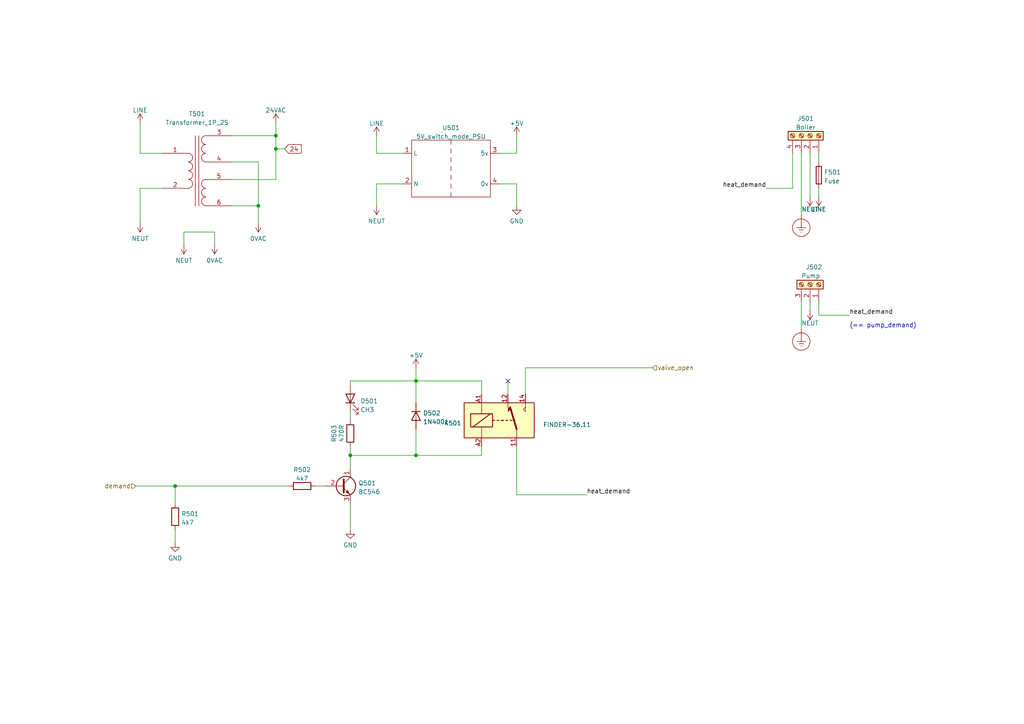
<source format=kicad_sch>
(kicad_sch (version 20211123) (generator eeschema)
  (paper "A4")
  (lib_symbols
    (symbol "Connector:Screw_Terminal_01x03" (pin_names (offset 1.016) hide)
      (property "Reference" "J" (at 0 5.08 0))
      (property "Value" "Screw_Terminal_01x03" (at 0 -5.08 0))
      (symbol "Screw_Terminal_01x03_1_1"
        (rectangle (start -1.27 3.81) (end 1.27 -3.81) (stroke (width 0.254)) (fill (type background)))
        (circle (center 0 -2.54) (radius 0.635) (stroke (width 0.1524)))
        (polyline (pts (xy -0.5334 -2.2098) (xy 0.3302 -3.048)) (stroke (width 0.1524)))
        (polyline (pts (xy -0.5334 0.3302) (xy 0.3302 -0.508)) (stroke (width 0.1524)))
        (polyline (pts (xy -0.5334 2.8702) (xy 0.3302 2.032)) (stroke (width 0.1524)))
        (polyline (pts (xy -0.3556 -2.032) (xy 0.508 -2.8702)) (stroke (width 0.1524)))
        (polyline (pts (xy -0.3556 0.508) (xy 0.508 -0.3302)) (stroke (width 0.1524)))
        (polyline (pts (xy -0.3556 3.048) (xy 0.508 2.2098)) (stroke (width 0.1524)))
        (circle (center 0 0) (radius 0.635) (stroke (width 0.1524)))
        (circle (center 0 2.54) (radius 0.635) (stroke (width 0.1524)))
        (pin passive line (at -5.08 2.54 0) (length 3.81) (name "Pin_1") (number "1"))
        (pin passive line (at -5.08 0 0) (length 3.81) (name "Pin_2") (number "2"))
        (pin passive line (at -5.08 -2.54 0) (length 3.81) (name "Pin_3") (number "3"))
      )
    )
    (symbol "Connector:Screw_Terminal_01x04" (pin_names (offset 1.016) hide)
      (property "Reference" "J" (at 0 5.08 0))
      (property "Value" "Screw_Terminal_01x04" (at 0 -7.62 0))
      (symbol "Screw_Terminal_01x04_1_1"
        (rectangle (start -1.27 3.81) (end 1.27 -6.35) (stroke (width 0.254)) (fill (type background)))
        (circle (center 0 -5.08) (radius 0.635) (stroke (width 0.1524)))
        (circle (center 0 -2.54) (radius 0.635) (stroke (width 0.1524)))
        (polyline (pts (xy -0.5334 -4.7498) (xy 0.3302 -5.588)) (stroke (width 0.1524)))
        (polyline (pts (xy -0.5334 -2.2098) (xy 0.3302 -3.048)) (stroke (width 0.1524)))
        (polyline (pts (xy -0.5334 0.3302) (xy 0.3302 -0.508)) (stroke (width 0.1524)))
        (polyline (pts (xy -0.5334 2.8702) (xy 0.3302 2.032)) (stroke (width 0.1524)))
        (polyline (pts (xy -0.3556 -4.572) (xy 0.508 -5.4102)) (stroke (width 0.1524)))
        (polyline (pts (xy -0.3556 -2.032) (xy 0.508 -2.8702)) (stroke (width 0.1524)))
        (polyline (pts (xy -0.3556 0.508) (xy 0.508 -0.3302)) (stroke (width 0.1524)))
        (polyline (pts (xy -0.3556 3.048) (xy 0.508 2.2098)) (stroke (width 0.1524)))
        (circle (center 0 0) (radius 0.635) (stroke (width 0.1524)))
        (circle (center 0 2.54) (radius 0.635) (stroke (width 0.1524)))
        (pin passive line (at -5.08 2.54 0) (length 3.81) (name "Pin_1") (number "1"))
        (pin passive line (at -5.08 0 0) (length 3.81) (name "Pin_2") (number "2"))
        (pin passive line (at -5.08 -2.54 0) (length 3.81) (name "Pin_3") (number "3"))
        (pin passive line (at -5.08 -5.08 0) (length 3.81) (name "Pin_4") (number "4"))
      )
    )
    (symbol "Device:Fuse" (pin_numbers hide) (pin_names (offset 0))
      (property "Reference" "F" (at 2.032 0 90))
      (property "Value" "Fuse" (at -1.905 0 90))
      (symbol "Fuse_0_1"
        (rectangle (start -0.762 -2.54) (end 0.762 2.54) (stroke (width 0.254)))
        (polyline (pts (xy 0 2.54) (xy 0 -2.54)))
      )
      (symbol "Fuse_1_1"
        (pin passive line (at 0 3.81 270) (length 1.27) (name "~") (number "1"))
        (pin passive line (at 0 -3.81 90) (length 1.27) (name "~") (number "2"))
      )
    )
    (symbol "Device:LED" (pin_numbers hide) (pin_names (offset 1.016) hide)
      (property "Reference" "D" (at 0 2.54 0))
      (property "Value" "LED" (at 0 -2.54 0))
      (symbol "LED_0_1"
        (polyline (pts (xy -1.27 -1.27) (xy -1.27 1.27)) (stroke (width 0.254)))
        (polyline (pts (xy -1.27 0) (xy 1.27 0)))
        (polyline (pts (xy 1.27 -1.27) (xy 1.27 1.27) (xy -1.27 0) (xy 1.27 -1.27)) (stroke (width 0.254)))
        (polyline (pts (xy -3.048 -0.762) (xy -4.572 -2.286) (xy -3.81 -2.286) (xy -4.572 -2.286) (xy -4.572 -1.524)))
        (polyline (pts (xy -1.778 -0.762) (xy -3.302 -2.286) (xy -2.54 -2.286) (xy -3.302 -2.286) (xy -3.302 -1.524)))
      )
      (symbol "LED_1_1"
        (pin passive line (at -3.81 0 0) (length 2.54) (name "K") (number "1"))
        (pin passive line (at 3.81 0 180) (length 2.54) (name "A") (number "2"))
      )
    )
    (symbol "Device:R" (pin_numbers hide) (pin_names (offset 0))
      (property "Reference" "R" (at 2.032 0 90))
      (property "Value" "R" (at 0 0 90))
      (symbol "R_0_1"
        (rectangle (start -1.016 -2.54) (end 1.016 2.54) (stroke (width 0.254)))
      )
      (symbol "R_1_1"
        (pin passive line (at 0 3.81 270) (length 1.27) (name "~") (number "1"))
        (pin passive line (at 0 -3.81 90) (length 1.27) (name "~") (number "2"))
      )
    )
    (symbol "Device:Transformer_1P_2S" (pin_names (offset 1.016) hide)
      (property "Reference" "T" (at 0 12.7 0))
      (property "Value" "Transformer_1P_2S" (at 0 -12.7 0))
      (symbol "Transformer_1P_2S_0_1"
        (arc (start -2.54 -5.0546) (mid -1.6561 -4.6863) (end -1.27 -3.81))
        (arc (start -2.54 -2.5146) (mid -1.6561 -2.1463) (end -1.27 -1.27))
        (arc (start -2.54 0.0254) (mid -1.6561 0.3937) (end -1.27 1.27))
        (arc (start -2.54 2.5654) (mid -1.6561 2.9337) (end -1.27 3.81))
        (arc (start -1.27 -3.81) (mid -1.642 -2.912) (end -2.54 -2.54))
        (arc (start -1.27 -1.27) (mid -1.642 -0.372) (end -2.54 0))
        (arc (start -1.27 1.27) (mid -1.642 2.168) (end -2.54 2.54))
        (arc (start -1.27 3.81) (mid -1.642 4.708) (end -2.54 5.08))
        (polyline (pts (xy -0.508 -10.16) (xy -0.508 10.16)))
        (polyline (pts (xy 0.508 10.16) (xy 0.508 -10.16)))
        (arc (start 1.2954 -8.89) (mid 1.6599 -9.7701) (end 2.54 -10.1346))
        (arc (start 1.2954 -6.35) (mid 1.6599 -7.2301) (end 2.54 -7.5946))
        (arc (start 1.2954 -3.81) (mid 1.6599 -4.6901) (end 2.54 -5.0546))
        (arc (start 1.2954 3.81) (mid 1.6599 2.9299) (end 2.54 2.5654))
        (arc (start 1.2954 6.35) (mid 1.6599 5.4699) (end 2.54 5.1054))
        (arc (start 1.2954 8.89) (mid 1.6599 8.0099) (end 2.54 7.6454))
        (arc (start 2.54 -7.62) (mid 1.6456 -7.9883) (end 1.2954 -8.89))
        (arc (start 2.54 -5.08) (mid 1.6456 -5.4483) (end 1.2954 -6.35))
        (arc (start 2.54 -2.54) (mid 1.6456 -2.9083) (end 1.2954 -3.81))
        (arc (start 2.54 5.08) (mid 1.6456 4.7117) (end 1.2954 3.81))
        (arc (start 2.54 7.62) (mid 1.6456 7.2517) (end 1.2954 6.35))
        (arc (start 2.54 10.16) (mid 1.6456 9.7917) (end 1.2954 8.89))
      )
      (symbol "Transformer_1P_2S_1_1"
        (pin passive line (at -10.16 5.08 0) (length 7.62) (name "AA") (number "1"))
        (pin passive line (at -10.16 -5.08 0) (length 7.62) (name "AB") (number "2"))
        (pin passive line (at 10.16 10.16 180) (length 7.62) (name "SA") (number "3"))
        (pin passive line (at 10.16 2.54 180) (length 7.62) (name "SB") (number "4"))
        (pin passive line (at 10.16 -2.54 180) (length 7.62) (name "SC") (number "5"))
        (pin passive line (at 10.16 -10.16 180) (length 7.62) (name "SD") (number "6"))
      )
    )
    (symbol "Diode:1N4001" (pin_numbers hide) (pin_names (offset 1.016) hide)
      (property "Reference" "D" (at 0 2.54 0))
      (property "Value" "1N4001" (at 0 -2.54 0))
      (symbol "1N4001_0_1"
        (polyline (pts (xy -1.27 1.27) (xy -1.27 -1.27)) (stroke (width 0.254)))
        (polyline (pts (xy 1.27 0) (xy -1.27 0)))
        (polyline (pts (xy 1.27 1.27) (xy 1.27 -1.27) (xy -1.27 0) (xy 1.27 1.27)) (stroke (width 0.254)))
      )
      (symbol "1N4001_1_1"
        (pin passive line (at -3.81 0 0) (length 2.54) (name "K") (number "1"))
        (pin passive line (at 3.81 0 180) (length 2.54) (name "A") (number "2"))
      )
    )
    (symbol "Transistor_BJT:BC546" (pin_names (offset 0) hide)
      (property "Reference" "Q" (at 5.08 1.905 0))
      (property "Value" "BC546" (at 5.08 0 0))
      (symbol "BC546_0_1"
        (polyline (pts (xy 0 0) (xy 0.635 0)))
        (polyline (pts (xy 0.635 0.635) (xy 2.54 2.54)))
        (polyline (pts (xy 0.635 -0.635) (xy 2.54 -2.54) (xy 2.54 -2.54)))
        (polyline (pts (xy 0.635 1.905) (xy 0.635 -1.905) (xy 0.635 -1.905)) (stroke (width 0.508)))
        (polyline (pts (xy 1.27 -1.778) (xy 1.778 -1.27) (xy 2.286 -2.286) (xy 1.27 -1.778) (xy 1.27 -1.778)) (fill (type outline)))
        (circle (center 1.27 0) (radius 2.8194) (stroke (width 0.254)))
      )
      (symbol "BC546_1_1"
        (pin passive line (at 2.54 5.08 270) (length 2.54) (name "C") (number "1"))
        (pin input line (at -5.08 0 0) (length 5.08) (name "B") (number "2"))
        (pin passive line (at 2.54 -5.08 90) (length 2.54) (name "E") (number "3"))
      )
    )
    (symbol "boiler_ctrl_v2:0VAC" (power) (pin_names (offset 0))
      (property "Value" "0VAC" (at 0 3.81 0))
      (symbol "0VAC_0_1"
        (polyline (pts (xy -0.762 1.27) (xy 0 2.54)))
        (polyline (pts (xy 0 0) (xy 0 2.54)))
        (polyline (pts (xy 0 2.54) (xy 0.762 1.27)))
      )
      (symbol "0VAC_1_1"
        (pin power_in line (at 0 0 90) (length 0) hide (name "0VAC") (number "1"))
      )
    )
    (symbol "boiler_ctrl_v2:24VAC" (power) (pin_names (offset 0))
      (property "Value" "24VAC" (at 0 3.5758 0))
      (symbol "24VAC_0_1"
        (polyline (pts (xy -0.762 1.27) (xy 0 2.54)))
        (polyline (pts (xy 0 0) (xy 0 2.54)))
        (polyline (pts (xy 0 2.54) (xy 0.762 1.27)))
      )
      (symbol "24VAC_1_1"
        (pin power_out line (at 0 0 90) (length 0) hide (name "24VAC") (number "1"))
      )
    )
    (symbol "edd:5V_switch_mode_PSU"
      (property "Reference" "U?" (at 0 22.6228 0))
      (property "Value" "5V_switch_mode_PSU" (at 0 20.0859 0))
      (symbol "5V_switch_mode_PSU_0_0"
        (text "" (at -7.62 5.08 0) (effects (font (size 1.27 1.27))))
        (text "" (at -3.81 5.08 0) (effects (font (size 1.27 1.27))))
      )
      (symbol "5V_switch_mode_PSU_0_1"
        (rectangle (start -11.43 19.05) (end 11.43 2.54))
        (polyline (pts (xy 0 3.81) (xy 0 2.54)))
        (polyline (pts (xy 0 6.35) (xy 0 5.08)))
        (polyline (pts (xy 0 8.89) (xy 0 7.62)))
        (polyline (pts (xy 0 11.43) (xy 0 10.16)))
        (polyline (pts (xy 0 13.97) (xy 0 12.7)))
        (polyline (pts (xy 0 16.51) (xy 0 15.24)))
        (polyline (pts (xy 0 19.05) (xy 0 17.78)))
      )
      (symbol "5V_switch_mode_PSU_1_1"
        (pin power_in line (at -13.97 15.24 0) (length 2.54) (name "L") (number "1"))
        (pin power_in line (at -13.97 6.35 0) (length 2.54) (name "N") (number "2"))
        (pin power_out line (at 13.97 15.24 180) (length 2.54) (name "5v") (number "3"))
        (pin power_out line (at 13.97 6.35 180) (length 2.54) (name "0v") (number "4"))
      )
    )
    (symbol "edd:FINDER-36.11"
      (property "Reference" "K" (at 11.43 3.81 0))
      (property "Value" "FINDER-36.11" (at 11.43 1.27 0))
      (symbol "FINDER-36.11_0_0"
        (polyline (pts (xy 2.54 3.81) (xy 2.54 5.08)))
        (polyline (pts (xy 7.62 3.81) (xy 7.62 5.08)))
        (polyline (pts (xy 7.62 3.81) (xy 7.62 2.54) (xy 6.985 3.175) (xy 7.62 3.81)))
      )
      (symbol "FINDER-36.11_0_1"
        (rectangle (start -10.16 5.08) (end 10.16 -5.08) (stroke (width 0.254)) (fill (type background)))
        (rectangle (start -8.255 1.905) (end -1.905 -1.905) (stroke (width 0.254)))
        (polyline (pts (xy -7.62 -1.905) (xy -2.54 1.905)) (stroke (width 0.254)))
        (polyline (pts (xy -5.08 -5.08) (xy -5.08 -1.905)))
        (polyline (pts (xy -5.08 5.08) (xy -5.08 1.905)))
        (polyline (pts (xy -1.905 0) (xy -1.27 0)) (stroke (width 0.254)))
        (polyline (pts (xy -0.635 0) (xy 0 0)) (stroke (width 0.254)))
        (polyline (pts (xy 0.635 0) (xy 1.27 0)) (stroke (width 0.254)))
        (polyline (pts (xy 0.635 0) (xy 1.27 0)) (stroke (width 0.254)))
        (polyline (pts (xy 1.905 0) (xy 2.54 0)) (stroke (width 0.254)))
        (polyline (pts (xy 3.175 0) (xy 3.81 0)) (stroke (width 0.254)))
        (polyline (pts (xy 5.08 -2.54) (xy 3.175 3.81)) (stroke (width 0.508)))
        (polyline (pts (xy 5.08 -2.54) (xy 5.08 -5.08)))
        (polyline (pts (xy 2.54 2.54) (xy 3.175 3.175) (xy 2.54 3.81)) (fill (type outline)))
      )
      (symbol "FINDER-36.11_1_1"
        (pin passive line (at 5.08 -7.62 90) (length 2.54) (name "~") (number "11"))
        (pin passive line (at 2.54 7.62 270) (length 2.54) (name "~") (number "12"))
        (pin passive line (at 7.62 7.62 270) (length 2.54) (name "~") (number "14"))
        (pin passive line (at -5.08 7.62 270) (length 2.54) (name "~") (number "A1"))
        (pin passive line (at -5.08 -7.62 90) (length 2.54) (name "~") (number "A2"))
      )
    )
    (symbol "edd:L" (power) (pin_names (offset 0))
      (property "Value" "L" (at 0 3.81 0))
      (symbol "L_0_1"
        (polyline (pts (xy -0.762 1.27) (xy 0 2.54)))
        (polyline (pts (xy 0 0) (xy 0 2.54)))
        (polyline (pts (xy 0 2.54) (xy 0.762 1.27)))
      )
      (symbol "L_1_1"
        (pin power_in line (at 0 0 90) (length 0) hide (name "LINE") (number "1"))
      )
    )
    (symbol "edd:N" (power) (pin_names (offset 0))
      (property "Value" "N" (at 0 3.5758 0))
      (symbol "N_0_1"
        (polyline (pts (xy -0.762 1.27) (xy 0 2.54)))
        (polyline (pts (xy 0 0) (xy 0 2.54)))
        (polyline (pts (xy 0 2.54) (xy 0.762 1.27)))
      )
      (symbol "N_1_1"
        (pin power_in line (at 0 0 90) (length 0) hide (name "NEUT") (number "1"))
      )
    )
    (symbol "power:+5V" (power) (pin_names (offset 0))
      (property "Value" "+5V" (at 0 3.556 0))
      (symbol "+5V_0_1"
        (polyline (pts (xy -0.762 1.27) (xy 0 2.54)))
        (polyline (pts (xy 0 0) (xy 0 2.54)))
        (polyline (pts (xy 0 2.54) (xy 0.762 1.27)))
      )
      (symbol "+5V_1_1"
        (pin power_in line (at 0 0 90) (length 0) hide (name "+5V") (number "1"))
      )
    )
    (symbol "power:Earth_Protective" (power) (pin_names (offset 0))
      (symbol "Earth_Protective_0_1"
        (circle (center 0 -3.81) (radius 2.54))
        (polyline (pts (xy -0.635 -4.445) (xy 0.635 -4.445)))
        (polyline (pts (xy -0.127 -5.08) (xy 0.127 -5.08)))
        (polyline (pts (xy 0 -3.81) (xy 0 0)))
        (polyline (pts (xy 1.27 -3.81) (xy -1.27 -3.81)))
      )
      (symbol "Earth_Protective_1_1"
        (pin power_in line (at 0 0 270) (length 0) hide (name "Earth_Protective") (number "1"))
      )
    )
    (symbol "power:GND" (power) (pin_names (offset 0))
      (property "Value" "GND" (at 0 -3.81 0))
      (symbol "GND_0_1"
        (polyline (pts (xy 0 0) (xy 0 -1.27) (xy 1.27 -1.27) (xy 0 -2.54) (xy -1.27 -1.27) (xy 0 -1.27)))
      )
      (symbol "GND_1_1"
        (pin power_in line (at 0 0 270) (length 0) hide (name "GND") (number "1"))
      )
    )
  )
  (junction (at 74.93 59.69))
  (junction (at 101.6 132.08))
  (junction (at 120.65 132.08))
  (junction (at 80.01 43.18))
  (junction (at 50.8 140.97))
  (junction (at 120.65 110.49))
  (junction (at 80.01 39.37))
  (no_connect (at 147.32 110.49))
  (wire (pts (xy 222.25 54.61) (xy 229.87 54.61)))
  (wire (pts (xy 237.49 44.45) (xy 237.49 46.99)))
  (wire (pts (xy 120.65 124.46) (xy 120.65 132.08)))
  (wire (pts (xy 62.23 67.31) (xy 62.23 71.12)))
  (wire (pts (xy 109.22 53.34) (xy 116.84 53.34)))
  (wire (pts (xy 40.64 44.45) (xy 40.64 35.56)))
  (wire (pts (xy 120.65 132.08) (xy 101.6 132.08)))
  (wire (pts (xy 67.31 59.69) (xy 74.93 59.69)))
  (wire (pts (xy 67.31 52.07) (xy 80.01 52.07)))
  (wire (pts (xy 80.01 43.18) (xy 82.55 43.18)))
  (wire (pts (xy 101.6 132.08) (xy 101.6 135.89)))
  (wire (pts (xy 120.65 110.49) (xy 139.7 110.49)))
  (wire (pts (xy 232.41 87.63) (xy 232.41 95.25)))
  (wire (pts (xy 91.44 140.97) (xy 93.98 140.97)))
  (wire (pts (xy 237.49 54.61) (xy 237.49 57.15)))
  (wire (pts (xy 149.86 53.34) (xy 149.86 59.69)))
  (wire (pts (xy 50.8 140.97) (xy 50.8 146.05)))
  (wire (pts (xy 101.6 146.05) (xy 101.6 153.67)))
  (wire (pts (xy 246.38 91.44) (xy 237.49 91.44)))
  (wire (pts (xy 147.32 110.49) (xy 147.32 114.3)))
  (wire (pts (xy 74.93 46.99) (xy 74.93 59.69)))
  (wire (pts (xy 120.65 110.49) (xy 120.65 116.84)))
  (wire (pts (xy 74.93 59.69) (xy 74.93 64.77)))
  (wire (pts (xy 144.78 44.45) (xy 149.86 44.45)))
  (wire (pts (xy 101.6 129.54) (xy 101.6 132.08)))
  (wire (pts (xy 152.4 106.68) (xy 189.23 106.68)))
  (wire (pts (xy 46.99 44.45) (xy 40.64 44.45)))
  (wire (pts (xy 170.18 143.51) (xy 149.86 143.51)))
  (wire (pts (xy 139.7 132.08) (xy 139.7 129.54)))
  (wire (pts (xy 39.37 140.97) (xy 50.8 140.97)))
  (wire (pts (xy 229.87 44.45) (xy 229.87 54.61)))
  (wire (pts (xy 109.22 44.45) (xy 116.84 44.45)))
  (wire (pts (xy 101.6 110.49) (xy 120.65 110.49)))
  (wire (pts (xy 109.22 53.34) (xy 109.22 59.69)))
  (wire (pts (xy 40.64 54.61) (xy 40.64 64.77)))
  (wire (pts (xy 139.7 114.3) (xy 139.7 110.49)))
  (wire (pts (xy 120.65 106.68) (xy 120.65 110.49)))
  (wire (pts (xy 232.41 44.45) (xy 232.41 62.23)))
  (wire (pts (xy 152.4 114.3) (xy 152.4 106.68)))
  (wire (pts (xy 101.6 121.92) (xy 101.6 119.38)))
  (wire (pts (xy 67.31 46.99) (xy 74.93 46.99)))
  (wire (pts (xy 80.01 43.18) (xy 80.01 52.07)))
  (wire (pts (xy 109.22 44.45) (xy 109.22 39.37)))
  (wire (pts (xy 50.8 140.97) (xy 83.82 140.97)))
  (wire (pts (xy 237.49 87.63) (xy 237.49 91.44)))
  (wire (pts (xy 80.01 39.37) (xy 67.31 39.37)))
  (wire (pts (xy 80.01 39.37) (xy 80.01 43.18)))
  (wire (pts (xy 234.95 87.63) (xy 234.95 90.17)))
  (wire (pts (xy 139.7 132.08) (xy 120.65 132.08)))
  (wire (pts (xy 53.34 67.31) (xy 62.23 67.31)))
  (wire (pts (xy 40.64 54.61) (xy 46.99 54.61)))
  (wire (pts (xy 50.8 153.67) (xy 50.8 157.48)))
  (wire (pts (xy 149.86 44.45) (xy 149.86 39.37)))
  (wire (pts (xy 149.86 143.51) (xy 149.86 129.54)))
  (wire (pts (xy 80.01 35.56) (xy 80.01 39.37)))
  (wire (pts (xy 234.95 44.45) (xy 234.95 57.15)))
  (wire (pts (xy 101.6 111.76) (xy 101.6 110.49)))
  (wire (pts (xy 144.78 53.34) (xy 149.86 53.34)))
  (wire (pts (xy 53.34 71.12) (xy 53.34 67.31)))
  (text "(== pump_demand)\n" (at 246.38 95.25 0) (effects (font (size 1.27 1.27)) (justify left bottom)))
  (label "heat_demand" (at 170.18 143.51 0))
  (label "heat_demand" (at 222.25 54.61 180))
  (label "heat_demand" (at 246.38 91.44 0))
  (global_label "24" (shape input) (at 82.55 43.18 0) (property "Intersheet References" "${INTERSHEET_REFS}" (effects hide)))
  (hierarchical_label "valve_open" (shape input) (at 189.23 106.68 0))
  (hierarchical_label "demand" (shape input) (at 39.37 140.97 180))
  (symbol (lib_id "edd:N") (at 234.95 57.15 180) (unit 1)
    (property "Reference" "#PWR0515" (effects hide))
    (property "Value" "N" (at 234.95 60.7258 0))
  )
  (symbol (lib_id "edd:N") (at 40.64 64.77 180) (unit 1)
    (property "Reference" "#PWR0502" (effects hide))
    (property "Value" "N" (at 40.64 69.2134 0))
  )
  (symbol (lib_id "edd:5V_switch_mode_PSU") (at 130.81 59.69 0) (unit 1)
    (property "Reference" "U501" (at 130.81 37.0672 0))
    (property "Value" "5V_switch_mode_PSU" (at 130.81 39.6041 0))
    (property "Footprint" "edd:MYRRA 47122" (effects hide))
  )
  (symbol (lib_id "Device:Transformer_1P_2S") (at 57.15 49.53 0) (unit 1)
    (property "Reference" "T501" (at 57.15 33.0231 0))
    (property "Value" "Transformer_1P_2S" (at 57.15 35.56 0))
    (property "Footprint" "edd:BLOCK VB_2.8_2_15" (effects hide))
  )
  (symbol (lib_id "Connector:Screw_Terminal_01x03") (at 234.95 82.55 270) (mirror x) (unit 1)
    (property "Reference" "J502" (at 233.68 77.47 90) (effects (justify left)))
    (property "Value" "Pump" (at 232.41 80.01 90) (effects (justify left)))
    (property "Footprint" "edd:CAMDENBOSS CTB0700_3" (effects hide))
  )
  (symbol (lib_id "Diode:1N4001") (at 120.65 120.65 270) (unit 1)
    (property "Reference" "D502" (at 122.682 119.8153 90) (effects (justify left)))
    (property "Value" "1N4001" (at 122.682 122.3522 90) (effects (justify left)))
    (property "Footprint" "edd:D_DO-41_SOD81_P12mm_Horizontal" (effects hide))
    (property "Datasheet" "http://www.vishay.com/docs/88503/1n4001.pdf" (effects hide))
  )
  (symbol (lib_id "Device:Fuse") (at 237.49 50.8 0) (unit 1)
    (property "Reference" "F501" (at 239.014 49.9653 0) (effects (justify left)))
    (property "Value" "Fuse" (at 239.014 52.5022 0) (effects (justify left)))
    (property "Footprint" "edd:MULTICORP MC000827" (effects hide))
  )
  (symbol (lib_id "power:+5V") (at 120.65 106.68 0) (unit 1)
    (property "Reference" "#PWR0510" (effects hide))
    (property "Value" "+5V" (at 120.65 103.1042 0))
  )
  (symbol (lib_id "Device:R") (at 50.8 149.86 0) (unit 1)
    (property "Reference" "R501" (at 52.578 149.0253 0) (effects (justify left)))
    (property "Value" "4k7" (at 52.578 151.5622 0) (effects (justify left)))
    (property "Footprint" "Resistor_SMD:R_0805_2012Metric_Pad1.20x1.40mm_HandSolder" (effects hide))
  )
  (symbol (lib_id "power:GND") (at 101.6 153.67 0) (unit 1)
    (property "Reference" "#PWR0507" (effects hide))
    (property "Value" "GND" (at 101.6 158.1134 0))
  )
  (symbol (lib_id "edd:N") (at 234.95 90.17 0) (mirror x) (unit 1)
    (property "Reference" "#PWR0516" (effects hide))
    (property "Value" "N" (at 234.95 93.7458 0))
  )
  (symbol (lib_id "boiler_ctrl_v2:24VAC") (at 80.01 35.56 0) (unit 1)
    (property "Reference" "#24VAC0501" (effects hide))
    (property "Value" "24VAC" (at 80.01 31.9842 0))
  )
  (symbol (lib_id "boiler_ctrl_v2:0VAC") (at 62.23 71.12 180) (unit 1)
    (property "Reference" "#PWR0505" (effects hide))
    (property "Value" "0VAC" (at 62.23 75.5634 0))
  )
  (symbol (lib_id "edd:L") (at 237.49 57.15 180) (unit 1)
    (property "Reference" "#PWR0517" (effects hide))
    (property "Value" "L" (at 237.49 60.7258 0))
  )
  (symbol (lib_id "Connector:Screw_Terminal_01x04") (at 234.95 39.37 270) (mirror x) (unit 1)
    (property "Reference" "J501" (at 233.68 34.4002 90))
    (property "Value" "Boiler" (at 233.68 36.9371 90))
    (property "Footprint" "edd:CAMDENBOSS CTB0700_4" (effects hide))
  )
  (symbol (lib_id "Device:R") (at 87.63 140.97 90) (unit 1)
    (property "Reference" "R502" (at 87.63 136.2542 90))
    (property "Value" "4k7" (at 87.63 138.7911 90))
    (property "Footprint" "Resistor_SMD:R_0805_2012Metric_Pad1.20x1.40mm_HandSolder" (effects hide))
  )
  (symbol (lib_id "Device:R") (at 101.6 125.73 180) (unit 1)
    (property "Reference" "R503" (at 96.8842 125.73 90))
    (property "Value" "470R" (at 99.06 125.73 90))
    (property "Footprint" "Resistor_SMD:R_0805_2012Metric_Pad1.20x1.40mm_HandSolder" (effects hide))
  )
  (symbol (lib_id "Transistor_BJT:BC546") (at 99.06 140.97 0) (unit 1)
    (property "Reference" "Q501" (at 103.9114 140.1353 0) (effects (justify left)))
    (property "Value" "BC546" (at 103.9114 142.6722 0) (effects (justify left)))
    (property "Footprint" "edd:TO-92_Inline" (effects hide))
    (property "Datasheet" "https://www.onsemi.com/pub/Collateral/BC550-D.pdf" (effects hide))
  )
  (symbol (lib_id "power:GND") (at 50.8 157.48 0) (unit 1)
    (property "Reference" "#PWR0503" (effects hide))
    (property "Value" "GND" (at 50.8 161.9234 0))
  )
  (symbol (lib_id "Device:LED") (at 101.6 115.57 90) (unit 1)
    (property "Reference" "D501" (at 104.521 116.3228 90) (effects (justify right)))
    (property "Value" "CH3" (at 104.521 118.8597 90) (effects (justify right)))
    (property "Footprint" "LED_SMD:LED_1206_3216Metric_Pad1.42x1.75mm_HandSolder" (effects hide))
  )
  (symbol (lib_id "edd:N") (at 53.34 71.12 180) (unit 1)
    (property "Reference" "#PWR0504" (effects hide))
    (property "Value" "N" (at 53.34 75.5634 0))
  )
  (symbol (lib_id "power:GND") (at 149.86 59.69 0) (unit 1)
    (property "Reference" "#PWR0512" (effects hide))
    (property "Value" "GND" (at 149.86 64.1334 0))
  )
  (symbol (lib_id "power:+5V") (at 149.86 39.37 0) (unit 1)
    (property "Reference" "#PWR0511" (effects hide))
    (property "Value" "+5V" (at 149.86 35.7942 0))
  )
  (symbol (lib_id "power:Earth_Protective") (at 232.41 95.25 0) (unit 1)
    (property "Reference" "#PWR0514" (effects hide))
    (property "Value" "Earth_Protective" (effects hide))
  )
  (symbol (lib_id "power:Earth_Protective") (at 232.41 62.23 0) (unit 1)
    (property "Reference" "#PWR0513" (effects hide))
    (property "Value" "Earth_Protective" (effects hide))
  )
  (symbol (lib_id "boiler_ctrl_v2:0VAC") (at 74.93 64.77 180) (unit 1)
    (property "Reference" "#PWR0506" (effects hide))
    (property "Value" "0VAC" (at 74.93 69.2134 0))
  )
  (symbol (lib_id "edd:N") (at 109.22 59.69 180) (unit 1)
    (property "Reference" "#PWR0509" (effects hide))
    (property "Value" "N" (at 109.22 64.1334 0))
  )
  (symbol (lib_id "edd:L") (at 40.64 35.56 0) (unit 1)
    (property "Reference" "#PWR0501" (effects hide))
    (property "Value" "L" (at 40.64 31.9842 0))
  )
  (symbol (lib_id "edd:FINDER-36.11") (at 144.78 121.92 0) (unit 1)
    (property "Reference" "K501" (at 133.8581 122.7547 0) (effects (justify right)))
    (property "Value" "FINDER-36.11" (at 171.45 123.19 0) (effects (justify right)))
    (property "Footprint" "Relay_THT:Relay_SPDT_Finder_36.11" (effects hide))
  )
  (symbol (lib_id "edd:L") (at 109.22 39.37 0) (unit 1)
    (property "Reference" "#PWR0508" (effects hide))
    (property "Value" "L" (at 109.22 35.7942 0))
  )
)
</source>
